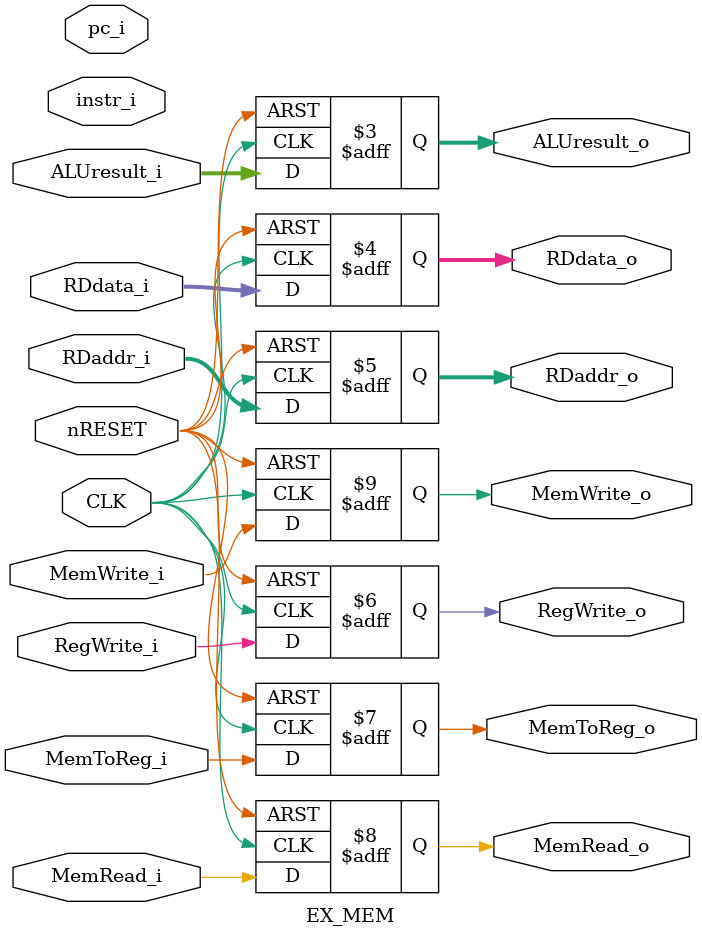
<source format=v>
module EX_MEM(
	input wire 			CLK,			// <- external
	input wire 			nRESET,			// <- external
	input wire [31:0] 	pc_i,			// <- ID_EX
	input wire [31:0] 	instr_i,		// <- ID_EX
	input wire [31:0] 	ALUresult_i,	// <- ALU
	input wire [31:0] 	RDdata_i,		// <- Mux_fwd1
	input wire [ 4:0] 	RDaddr_i,		// <- ID_EX
	input wire 			RegWrite_i,		// <- ID_EX
	input wire 			MemToReg_i,		// <- ID_EX
	input wire 			MemRead_i,		// <- ID_EX
	input wire 			MemWrite_i,		// <- ID_EX
	output reg [31:0] 	ALUresult_o,	// -> MEM_WB, DATA_MEM, Mux_fwd0, Mux_fwd1
	output reg [31:0] 	RDdata_o, 		// -> DATA_MEM
	output reg [ 4:0]	RDaddr_o,		// -> MEM_WB
	output reg 			RegWrite_o,		// -> MEM_WB
	output reg 			MemToReg_o,		// -> MEM_WB
	output reg 			MemRead_o,		// -> MEM_WB
	output reg 			MemWrite_o		// -> MEM_WB
	);

	always @(posedge CLK or negedge nRESET)
	begin
		if(~nRESET)
		begin
			ALUresult_o 	<= 32'b0;
			RDdata_o 		<= 32'b0;
			RDaddr_o		<= 5'b0;
			RegWrite_o 		<= 1'b0;
			MemToReg_o 		<= 1'b0;
			MemRead_o 		<= 1'b0;
			MemWrite_o 		<= 1'b0;
			
		end
		else
		begin
			ALUresult_o 	<= ALUresult_i;
			RDdata_o 		<= RDdata_i;
			RDaddr_o 		<= RDaddr_i;
			RegWrite_o 		<= RegWrite_i;
			MemToReg_o 		<= MemToReg_i;
			MemRead_o 		<= MemRead_i;
			MemWrite_o 		<= MemWrite_i;
		end
	end

endmodule
</source>
